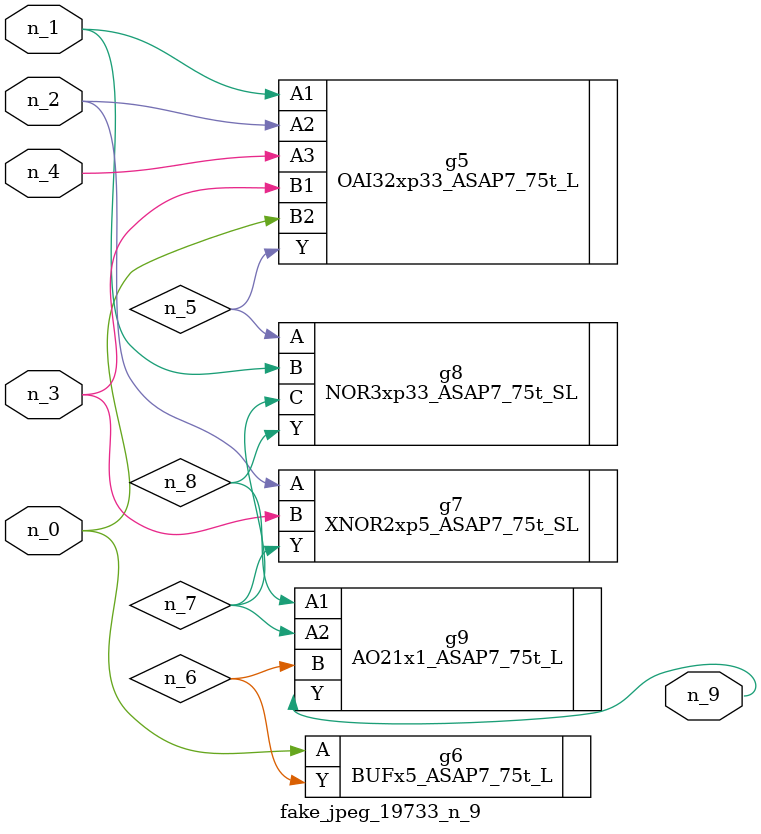
<source format=v>
module fake_jpeg_19733_n_9 (n_3, n_2, n_1, n_0, n_4, n_9);

input n_3;
input n_2;
input n_1;
input n_0;
input n_4;

output n_9;

wire n_8;
wire n_6;
wire n_5;
wire n_7;

OAI32xp33_ASAP7_75t_L g5 ( 
.A1(n_1),
.A2(n_2),
.A3(n_4),
.B1(n_3),
.B2(n_0),
.Y(n_5)
);

BUFx5_ASAP7_75t_L g6 ( 
.A(n_0),
.Y(n_6)
);

XNOR2xp5_ASAP7_75t_SL g7 ( 
.A(n_2),
.B(n_3),
.Y(n_7)
);

NOR3xp33_ASAP7_75t_SL g8 ( 
.A(n_5),
.B(n_1),
.C(n_7),
.Y(n_8)
);

AO21x1_ASAP7_75t_L g9 ( 
.A1(n_8),
.A2(n_7),
.B(n_6),
.Y(n_9)
);


endmodule
</source>
